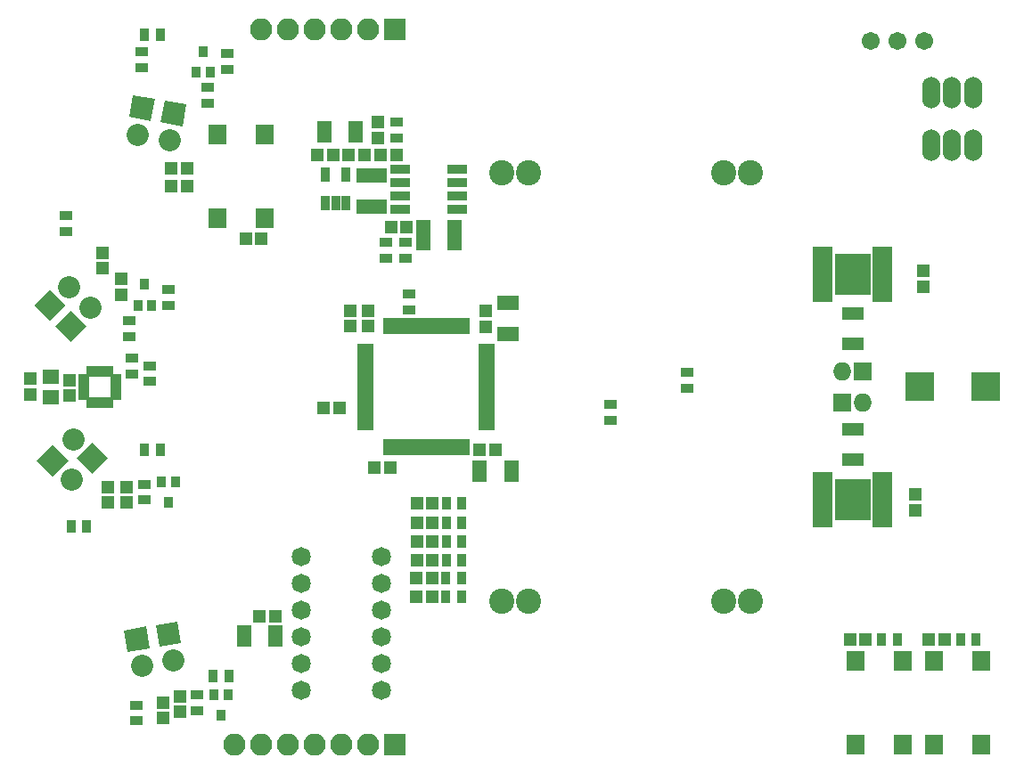
<source format=gts>
G04 #@! TF.FileFunction,Soldermask,Top*
%FSLAX46Y46*%
G04 Gerber Fmt 4.6, Leading zero omitted, Abs format (unit mm)*
G04 Created by KiCad (PCBNEW 4.0.6) date 03/30/17 05:01:34*
%MOMM*%
%LPD*%
G01*
G04 APERTURE LIST*
%ADD10C,0.100000*%
%ADD11R,1.700000X1.950000*%
%ADD12R,2.100000X1.300000*%
%ADD13R,2.000000X1.400000*%
%ADD14R,1.400000X2.000000*%
%ADD15R,0.900000X1.300000*%
%ADD16R,1.300000X0.900000*%
%ADD17R,1.197560X1.197560*%
%ADD18R,0.630000X1.000000*%
%ADD19R,1.000000X0.630000*%
%ADD20R,0.700000X1.600000*%
%ADD21R,1.600000X0.700000*%
%ADD22C,1.708000*%
%ADD23O,1.708000X3.016000*%
%ADD24R,2.770000X2.830000*%
%ADD25R,1.200000X1.150000*%
%ADD26R,1.150000X1.200000*%
%ADD27R,1.873200X0.755600*%
%ADD28R,3.346400X3.981400*%
%ADD29C,1.822400*%
%ADD30R,1.650000X1.400000*%
%ADD31R,1.400000X2.900000*%
%ADD32R,2.900000X1.400000*%
%ADD33R,0.950000X1.400000*%
%ADD34R,1.900000X0.950000*%
%ADD35C,2.100000*%
%ADD36R,0.850000X1.100000*%
%ADD37R,2.100000X2.100000*%
%ADD38O,2.100000X2.100000*%
%ADD39R,1.750000X1.750000*%
%ADD40O,1.750000X1.750000*%
%ADD41C,2.400000*%
G04 APERTURE END LIST*
D10*
D11*
X225250000Y-123975000D03*
X220750000Y-123975000D03*
X220750000Y-116025000D03*
X225250000Y-116025000D03*
D12*
X220500000Y-85950000D03*
X220500000Y-83050000D03*
X220500000Y-94050000D03*
X220500000Y-96950000D03*
D13*
X187750000Y-82000000D03*
X187750000Y-85000000D03*
D14*
X188100000Y-98000000D03*
X185100000Y-98000000D03*
X165700000Y-113700000D03*
X162700000Y-113700000D03*
X170300000Y-65800000D03*
X173300000Y-65800000D03*
D15*
X183399000Y-101085000D03*
X181899000Y-101085000D03*
X183399000Y-102885000D03*
X181899000Y-102885000D03*
X183399000Y-104685000D03*
X181899000Y-104685000D03*
D16*
X176200000Y-77750000D03*
X176200000Y-76250000D03*
X178000000Y-76250000D03*
X178000000Y-77750000D03*
X177200000Y-66350000D03*
X177200000Y-64850000D03*
D15*
X230750000Y-114000000D03*
X232250000Y-114000000D03*
X223250000Y-114000000D03*
X224750000Y-114000000D03*
D16*
X204800000Y-90150000D03*
X204800000Y-88650000D03*
X197500000Y-93150000D03*
X197500000Y-91650000D03*
X152000000Y-87250000D03*
X152000000Y-88750000D03*
X153750000Y-88000000D03*
X153750000Y-89500000D03*
X178400000Y-81150000D03*
X178400000Y-82650000D03*
D15*
X183399000Y-106485000D03*
X181899000Y-106485000D03*
X154750000Y-56500000D03*
X153250000Y-56500000D03*
D17*
X180598300Y-106485000D03*
X179099700Y-106485000D03*
X180598300Y-102885000D03*
X179099700Y-102885000D03*
X180598300Y-104685000D03*
X179099700Y-104685000D03*
X175400000Y-64850700D03*
X175400000Y-66349300D03*
X180598300Y-101085000D03*
X179099700Y-101085000D03*
D18*
X150000000Y-88500000D03*
X149600000Y-88500000D03*
X149200000Y-88500000D03*
X148800000Y-88500000D03*
X148400000Y-88500000D03*
X148000000Y-88500000D03*
D19*
X147500000Y-89000000D03*
X147500000Y-89400000D03*
X147500000Y-89800000D03*
X147500000Y-90200000D03*
X147500000Y-90600000D03*
X147500000Y-91000000D03*
D18*
X148000000Y-91500000D03*
X148400000Y-91500000D03*
X148800000Y-91500000D03*
X149200000Y-91500000D03*
X149600000Y-91500000D03*
X150000000Y-91500000D03*
D19*
X150500000Y-91000000D03*
X150500000Y-90600000D03*
X150500000Y-90200000D03*
X150500000Y-89800000D03*
X150500000Y-89400000D03*
X150500000Y-89000000D03*
D20*
X178249937Y-84249937D03*
D21*
X174249937Y-89249937D03*
X174249937Y-92749938D03*
X174249937Y-93249938D03*
X174249937Y-93749938D03*
D20*
X176249937Y-95749938D03*
X177749937Y-95749938D03*
X178249937Y-95749938D03*
X178749937Y-95749938D03*
X179249937Y-95749938D03*
D21*
X185749938Y-89749937D03*
X185749938Y-89249937D03*
X185749938Y-88749937D03*
X185749938Y-88249937D03*
X185749938Y-87749937D03*
X185749938Y-87249937D03*
D20*
X183749938Y-84249937D03*
X183249938Y-84249937D03*
X180749938Y-95749938D03*
X181249938Y-95749938D03*
X181749938Y-95749938D03*
X180749938Y-84249937D03*
X180249938Y-84249937D03*
X179749937Y-84249937D03*
X179249937Y-84249937D03*
X178749937Y-84249937D03*
X177749937Y-84249937D03*
X177249937Y-84249937D03*
X182249938Y-95749938D03*
X182749938Y-95749938D03*
D21*
X185749938Y-93749938D03*
X185749938Y-93249938D03*
X185749938Y-92749938D03*
X185749938Y-92249938D03*
X174249937Y-89749937D03*
X174249937Y-90249938D03*
X174249937Y-90749938D03*
X174249937Y-91249938D03*
D20*
X179749937Y-95749938D03*
X180249938Y-95749938D03*
D21*
X185749938Y-91749938D03*
X185749938Y-91249938D03*
X185749938Y-90749938D03*
X185749938Y-90249938D03*
D20*
X182749938Y-84249937D03*
X182249938Y-84249937D03*
X181749938Y-84249937D03*
D21*
X174249937Y-86749937D03*
X174249937Y-87249937D03*
X174249937Y-87749937D03*
D20*
X181249938Y-84249937D03*
D21*
X174249937Y-88249937D03*
X174249937Y-88749937D03*
X174249937Y-86249937D03*
D20*
X183249938Y-95749938D03*
D21*
X185749938Y-86749937D03*
X174249937Y-92249938D03*
D20*
X177249937Y-95749938D03*
X183749938Y-95749938D03*
D21*
X185749938Y-86249937D03*
D20*
X176249937Y-84249937D03*
D21*
X174249937Y-91749938D03*
D20*
X176749937Y-95749938D03*
X176749937Y-84249937D03*
D22*
X227330000Y-57150000D03*
X224790000Y-57150000D03*
X222250000Y-57150000D03*
D23*
X231972500Y-67047500D03*
X229972500Y-67047500D03*
X227972500Y-67047500D03*
X231972500Y-62047500D03*
X229972500Y-62047500D03*
X227972500Y-62047500D03*
D11*
X164650000Y-73975000D03*
X160150000Y-73975000D03*
X160150000Y-66025000D03*
X164650000Y-66025000D03*
X232750000Y-123975000D03*
X228250000Y-123975000D03*
X228250000Y-116025000D03*
X232750000Y-116025000D03*
D24*
X226880000Y-90000000D03*
X233120000Y-90000000D03*
D25*
X172650000Y-68000000D03*
X174150000Y-68000000D03*
X171150000Y-68000000D03*
X169650000Y-68000000D03*
X177150000Y-68000000D03*
X175650000Y-68000000D03*
X165650000Y-111800000D03*
X164150000Y-111800000D03*
D26*
X146100000Y-90850000D03*
X146100000Y-89350000D03*
X142400000Y-90750000D03*
X142400000Y-89250000D03*
X226500000Y-100250000D03*
X226500000Y-101750000D03*
X227250000Y-80500000D03*
X227250000Y-79000000D03*
D25*
X162850000Y-75900000D03*
X164350000Y-75900000D03*
X171750000Y-92000000D03*
X170250000Y-92000000D03*
D26*
X174500000Y-82750000D03*
X174500000Y-84250000D03*
X172750000Y-84250000D03*
X172750000Y-82750000D03*
D25*
X175050000Y-97700000D03*
X176550000Y-97700000D03*
X186551000Y-96012000D03*
X185051000Y-96012000D03*
D26*
X185674000Y-84316000D03*
X185674000Y-82816000D03*
D25*
X178150000Y-74800000D03*
X176650000Y-74800000D03*
D27*
X223319400Y-81575840D03*
X223319400Y-80925600D03*
X223319400Y-80275359D03*
X223319400Y-79625119D03*
X223319400Y-78974881D03*
X223319400Y-78324641D03*
X223319400Y-77674400D03*
X223319400Y-77024160D03*
X217680600Y-77024160D03*
X217680600Y-77674400D03*
X217680600Y-78324641D03*
X217680600Y-78974881D03*
X217680600Y-79625119D03*
X217680600Y-80275359D03*
X217680600Y-80925600D03*
X217680600Y-81575840D03*
D28*
X220500000Y-79300000D03*
D27*
X217680600Y-98424160D03*
X217680600Y-99074400D03*
X217680600Y-99724641D03*
X217680600Y-100374881D03*
X217680600Y-101025119D03*
X217680600Y-101675359D03*
X217680600Y-102325600D03*
X217680600Y-102975840D03*
X223319400Y-102975840D03*
X223319400Y-102325600D03*
X223319400Y-101675359D03*
X223319400Y-101025119D03*
X223319400Y-100374881D03*
X223319400Y-99724641D03*
X223319400Y-99074400D03*
X223319400Y-98424160D03*
D28*
X220500000Y-100700000D03*
D29*
X168090000Y-108690000D03*
X168090000Y-106150000D03*
X175710000Y-106150000D03*
X175710000Y-111230000D03*
X175710000Y-118850000D03*
X168090000Y-111230000D03*
X175710000Y-116310000D03*
X168090000Y-118850000D03*
X175710000Y-108690000D03*
X168090000Y-113770000D03*
X175710000Y-113770000D03*
X168090000Y-116310000D03*
D30*
X144300000Y-91000000D03*
X144300000Y-89000000D03*
D31*
X179700000Y-75600000D03*
X182700000Y-75600000D03*
D32*
X174800000Y-69900000D03*
X174800000Y-72900000D03*
D33*
X172349938Y-72550063D03*
X171399937Y-72550063D03*
X170449937Y-72550063D03*
X172349938Y-69850062D03*
X170449937Y-69850062D03*
D34*
X182900063Y-71835063D03*
X177500062Y-71835063D03*
X182900063Y-73105063D03*
X182900063Y-70565062D03*
X182900063Y-69295062D03*
X177500062Y-70565062D03*
X177500062Y-69295062D03*
X177500062Y-73105063D03*
D10*
G36*
X154648282Y-114716379D02*
X154283621Y-112648282D01*
X156351718Y-112283621D01*
X156716379Y-114351718D01*
X154648282Y-114716379D01*
X154648282Y-114716379D01*
G37*
D35*
X155941066Y-116001412D02*
X155941066Y-116001412D01*
D10*
G36*
X148250000Y-95265076D02*
X149734924Y-96750000D01*
X148250000Y-98234924D01*
X146765076Y-96750000D01*
X148250000Y-95265076D01*
X148250000Y-95265076D01*
G37*
D35*
X146453949Y-94953949D02*
X146453949Y-94953949D01*
D10*
G36*
X147734924Y-84250000D02*
X146250000Y-85734924D01*
X144765076Y-84250000D01*
X146250000Y-82765076D01*
X147734924Y-84250000D01*
X147734924Y-84250000D01*
G37*
D35*
X148046051Y-82453949D02*
X148046051Y-82453949D01*
D10*
G36*
X154783621Y-64851718D02*
X155148282Y-62783621D01*
X157216379Y-63148282D01*
X156851718Y-65216379D01*
X154783621Y-64851718D01*
X154783621Y-64851718D01*
G37*
D35*
X155558934Y-66501412D02*
X155558934Y-66501412D01*
D36*
X161150000Y-119250000D03*
X159850000Y-119250000D03*
X160500000Y-121250000D03*
X156150000Y-99000000D03*
X154850000Y-99000000D03*
X155500000Y-101000000D03*
X152600000Y-82250000D03*
X153900000Y-82250000D03*
X153250000Y-80250000D03*
X158150000Y-60100000D03*
X159450000Y-60100000D03*
X158800000Y-58100000D03*
D10*
G36*
X151648282Y-115216379D02*
X151283621Y-113148282D01*
X153351718Y-112783621D01*
X153716379Y-114851718D01*
X151648282Y-115216379D01*
X151648282Y-115216379D01*
G37*
D35*
X152941066Y-116501412D02*
X152941066Y-116501412D01*
D10*
G36*
X144500000Y-98484924D02*
X143015076Y-97000000D01*
X144500000Y-95515076D01*
X145984924Y-97000000D01*
X144500000Y-98484924D01*
X144500000Y-98484924D01*
G37*
D35*
X146296051Y-98796051D02*
X146296051Y-98796051D01*
D10*
G36*
X145734924Y-82250000D02*
X144250000Y-83734924D01*
X142765076Y-82250000D01*
X144250000Y-80765076D01*
X145734924Y-82250000D01*
X145734924Y-82250000D01*
G37*
D35*
X146046051Y-80453949D02*
X146046051Y-80453949D01*
D10*
G36*
X151783621Y-64351718D02*
X152148282Y-62283621D01*
X154216379Y-62648282D01*
X153851718Y-64716379D01*
X151783621Y-64351718D01*
X151783621Y-64351718D01*
G37*
D35*
X152558934Y-66001412D02*
X152558934Y-66001412D01*
D37*
X177000000Y-56000000D03*
D38*
X174460000Y-56000000D03*
X171920000Y-56000000D03*
X169380000Y-56000000D03*
X166840000Y-56000000D03*
X164300000Y-56000000D03*
D39*
X219500000Y-91500000D03*
D40*
X221500000Y-91500000D03*
D39*
X221500000Y-88500000D03*
D40*
X219500000Y-88500000D03*
D41*
X208270000Y-110375000D03*
X210810000Y-110375000D03*
X189730000Y-110375000D03*
X187190000Y-110375000D03*
X189730000Y-69625000D03*
X187190000Y-69625000D03*
X208270000Y-69625000D03*
X210810000Y-69625000D03*
D16*
X153000000Y-59650000D03*
X153000000Y-58150000D03*
X145750000Y-75250000D03*
X145750000Y-73750000D03*
D15*
X146250000Y-103250000D03*
X147750000Y-103250000D03*
D16*
X152500000Y-120250000D03*
X152500000Y-121750000D03*
X159200000Y-63050000D03*
X159200000Y-61550000D03*
X161100000Y-59850000D03*
X161100000Y-58350000D03*
X151750000Y-85250000D03*
X151750000Y-83750000D03*
X155500000Y-82250000D03*
X155500000Y-80750000D03*
D15*
X153250000Y-96000000D03*
X154750000Y-96000000D03*
D16*
X153250000Y-99250000D03*
X153250000Y-100750000D03*
D15*
X159750000Y-117500000D03*
X161250000Y-117500000D03*
D16*
X158250000Y-119250000D03*
X158250000Y-120750000D03*
D25*
X229250000Y-114000000D03*
X227750000Y-114000000D03*
X221750000Y-114000000D03*
X220250000Y-114000000D03*
X155750000Y-70900000D03*
X157250000Y-70900000D03*
X155750000Y-69250000D03*
X157250000Y-69250000D03*
D26*
X151000000Y-81250000D03*
X151000000Y-79750000D03*
X149250000Y-78750000D03*
X149250000Y-77250000D03*
X151500000Y-99500000D03*
X151500000Y-101000000D03*
X149750000Y-99500000D03*
X149750000Y-101000000D03*
X156600000Y-119400000D03*
X156600000Y-120900000D03*
X155000000Y-120000000D03*
X155000000Y-121500000D03*
D37*
X177000000Y-124000000D03*
D38*
X174460000Y-124000000D03*
X171920000Y-124000000D03*
X169380000Y-124000000D03*
X166840000Y-124000000D03*
X164300000Y-124000000D03*
X161760000Y-124000000D03*
D17*
X180581300Y-108204000D03*
X179082700Y-108204000D03*
X180581300Y-109982000D03*
X179082700Y-109982000D03*
D15*
X183376000Y-108204000D03*
X181876000Y-108204000D03*
X183376000Y-109982000D03*
X181876000Y-109982000D03*
M02*

</source>
